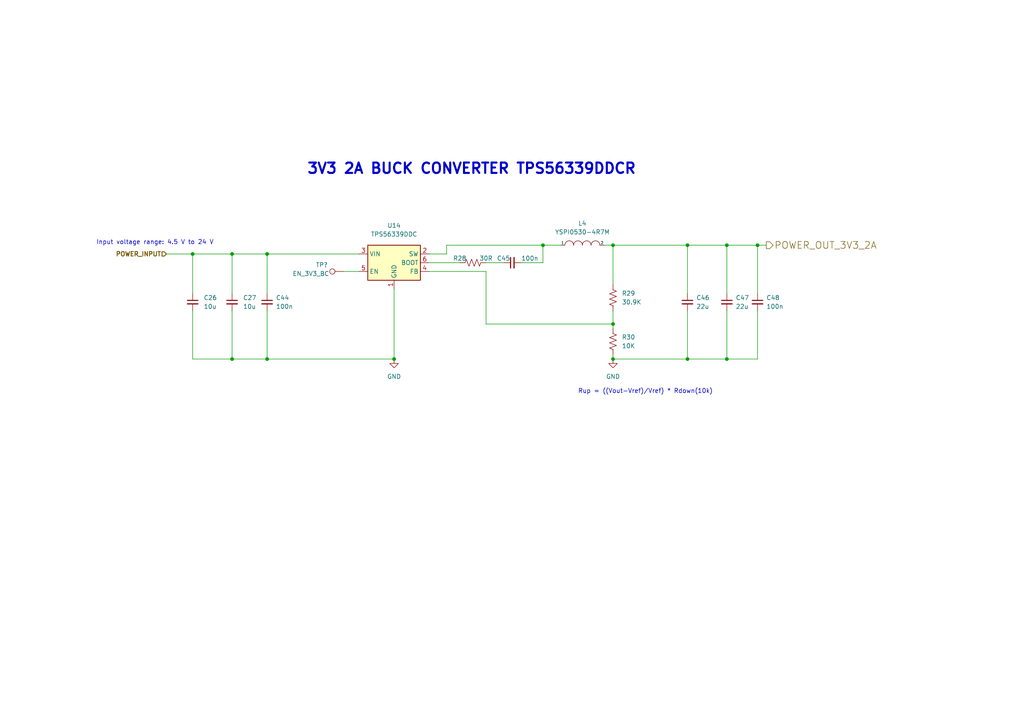
<source format=kicad_sch>
(kicad_sch (version 20230121) (generator eeschema)
  (paper "A4")
  (title_block (title "ELIESTAR") (date "2023-06-20") (rev "2.0") (company "GEVITON") (comment 2 "Reviewed By: Timoty Kyalo") (comment 3 "Designed By: Robert Mutura") (comment 4 "ELIESTAR"))
  (lib_symbols
    (symbol "Connector:TestPoint" (pin_numbers hide) (pin_names (offset 0.762) hide)
      (property "Reference" "TP" (at 0 6.858 0))
      (property "Value" "TestPoint" (at 0 5.08 0))
      (symbol "TestPoint_0_1"
        (circle (center 0 3.302) (radius 0.762))
      )
      (symbol "TestPoint_1_1"
        (pin passive line (at 0 0 90) (length 2.54) (name "1") (number "1"))
      )
    )
    (symbol "Device:C_Small" (pin_numbers hide) (pin_names (offset 0.254) hide)
      (property "Reference" "C" (at 0.254 1.778 0))
      (property "Value" "C_Small" (at 0.254 -2.032 0))
      (symbol "C_Small_0_1"
        (polyline (pts (xy -1.524 -0.508) (xy 1.524 -0.508)) (stroke (width 0.3302)))
        (polyline (pts (xy -1.524 0.508) (xy 1.524 0.508)) (stroke (width 0.3048)))
      )
      (symbol "C_Small_1_1"
        (pin passive line (at 0 2.54 270) (length 2.032) (name "~") (number "1"))
        (pin passive line (at 0 -2.54 90) (length 2.032) (name "~") (number "2"))
      )
    )
    (symbol "Device:R_US" (pin_numbers hide) (pin_names (offset 0))
      (property "Reference" "R" (at 2.54 0 90))
      (property "Value" "R_US" (at -2.54 0 90))
      (symbol "R_US_0_1"
        (polyline (pts (xy 0 -2.286) (xy 0 -2.54)))
        (polyline (pts (xy 0 2.286) (xy 0 2.54)))
        (polyline (pts (xy 0 -0.762) (xy 1.016 -1.143) (xy 0 -1.524) (xy -1.016 -1.905) (xy 0 -2.286)))
        (polyline (pts (xy 0 0.762) (xy 1.016 0.381) (xy 0 0) (xy -1.016 -0.381) (xy 0 -0.762)))
        (polyline (pts (xy 0 2.286) (xy 1.016 1.905) (xy 0 1.524) (xy -1.016 1.143) (xy 0 0.762)))
      )
      (symbol "R_US_1_1"
        (pin passive line (at 0 3.81 270) (length 1.27) (name "~") (number "1"))
        (pin passive line (at 0 -3.81 90) (length 1.27) (name "~") (number "2"))
      )
    )
    (symbol "Regulator_Switching:TPS56339DDC"
      (property "Reference" "U" (at -7.62 6.35 0))
      (property "Value" "TPS56339DDC" (at -2.54 6.35 0))
      (symbol "TPS56339DDC_0_1"
        (rectangle (start -7.62 5.08) (end 7.62 -5.08) (stroke (width 0.254)) (fill (type background)))
      )
      (symbol "TPS56339DDC_1_1"
        (pin power_in line (at 0 -7.62 90) (length 2.54) (name "GND") (number "1"))
        (pin power_out line (at 10.16 2.54 180) (length 2.54) (name "SW") (number "2"))
        (pin power_in line (at -10.16 2.54 0) (length 2.54) (name "VIN") (number "3"))
        (pin input line (at 10.16 -2.54 180) (length 2.54) (name "FB") (number "4"))
        (pin input line (at -10.16 -2.54 0) (length 2.54) (name "EN") (number "5"))
        (pin passive line (at 10.16 0 180) (length 2.54) (name "BOOT") (number "6"))
      )
    )
    (symbol "power:GND" (power) (pin_names (offset 0))
      (property "Value" "GND" (at 0 -3.81 0))
      (symbol "GND_0_1"
        (polyline (pts (xy 0 0) (xy 0 -1.27) (xy 1.27 -1.27) (xy 0 -2.54) (xy -1.27 -1.27) (xy 0 -1.27)))
      )
      (symbol "GND_1_1"
        (pin power_in line (at 0 0 270) (length 0) hide (name "GND") (number "1"))
      )
    )
    (symbol "pspice:INDUCTOR" (pin_numbers hide) (pin_names (offset 0))
      (property "Reference" "L" (at 0 2.54 0))
      (property "Value" "INDUCTOR" (at 0 -1.27 0))
      (symbol "INDUCTOR_0_1"
        (arc (start -2.54 0) (mid -3.81 1.2645) (end -5.08 0))
        (arc (start 0 0) (mid -1.27 1.2645) (end -2.54 0))
        (arc (start 2.54 0) (mid 1.27 1.2645) (end 0 0))
        (arc (start 5.08 0) (mid 3.81 1.2645) (end 2.54 0))
      )
      (symbol "INDUCTOR_1_1"
        (pin input line (at -6.35 0 0) (length 1.27) (name "1") (number "1"))
        (pin input line (at 6.35 0 180) (length 1.27) (name "2") (number "2"))
      )
    )
  )
  (junction (at 219.71 71.12))
  (junction (at 55.88 73.66))
  (junction (at 77.47 104.14))
  (junction (at 177.8 71.12))
  (junction (at 77.47 73.66))
  (junction (at 210.82 104.14))
  (junction (at 67.31 73.66))
  (junction (at 114.3 104.14))
  (junction (at 210.82 71.12))
  (junction (at 157.48 71.12))
  (junction (at 177.8 104.14))
  (junction (at 199.39 104.14))
  (junction (at 177.8 93.98))
  (junction (at 67.31 104.14))
  (junction (at 199.39 71.12))
  (wire (pts (xy 210.82 104.14) (xy 219.71 104.14)))
  (wire (pts (xy 77.47 73.66) (xy 67.31 73.66)))
  (wire (pts (xy 177.8 93.98) (xy 177.8 95.25)))
  (wire (pts (xy 151.13 76.2) (xy 157.48 76.2)))
  (wire (pts (xy 219.71 71.12) (xy 222.25 71.12)))
  (wire (pts (xy 210.82 85.09) (xy 210.82 71.12)))
  (wire (pts (xy 114.3 83.82) (xy 114.3 104.14)))
  (wire (pts (xy 99.695 78.74) (xy 104.14 78.74)))
  (wire (pts (xy 77.47 104.14) (xy 114.3 104.14)))
  (wire (pts (xy 210.82 71.12) (xy 219.71 71.12)))
  (wire (pts (xy 55.88 90.17) (xy 55.88 104.14)))
  (wire (pts (xy 129.54 71.12) (xy 157.48 71.12)))
  (wire (pts (xy 157.48 76.2) (xy 157.48 71.12)))
  (wire (pts (xy 175.26 71.12) (xy 177.8 71.12)))
  (wire (pts (xy 48.26 73.66) (xy 55.88 73.66)))
  (wire (pts (xy 77.47 90.17) (xy 77.47 104.14)))
  (wire (pts (xy 140.97 93.98) (xy 140.97 78.74)))
  (wire (pts (xy 140.97 78.74) (xy 124.46 78.74)))
  (wire (pts (xy 129.54 73.66) (xy 124.46 73.66)))
  (wire (pts (xy 77.47 73.66) (xy 77.47 85.09)))
  (wire (pts (xy 219.71 90.17) (xy 219.71 104.14)))
  (wire (pts (xy 104.14 73.66) (xy 77.47 73.66)))
  (wire (pts (xy 55.88 73.66) (xy 55.88 85.09)))
  (wire (pts (xy 177.8 71.12) (xy 177.8 82.55)))
  (wire (pts (xy 124.46 76.2) (xy 133.35 76.2)))
  (wire (pts (xy 199.39 90.17) (xy 199.39 104.14)))
  (wire (pts (xy 67.31 104.14) (xy 77.47 104.14)))
  (wire (pts (xy 199.39 104.14) (xy 210.82 104.14)))
  (wire (pts (xy 55.88 104.14) (xy 67.31 104.14)))
  (wire (pts (xy 67.31 73.66) (xy 55.88 73.66)))
  (wire (pts (xy 177.8 104.14) (xy 199.39 104.14)))
  (wire (pts (xy 199.39 71.12) (xy 210.82 71.12)))
  (wire (pts (xy 157.48 71.12) (xy 162.56 71.12)))
  (wire (pts (xy 219.71 71.12) (xy 219.71 85.09)))
  (wire (pts (xy 177.8 93.98) (xy 140.97 93.98)))
  (wire (pts (xy 177.8 71.12) (xy 199.39 71.12)))
  (wire (pts (xy 210.82 104.14) (xy 210.82 90.17)))
  (wire (pts (xy 129.54 71.12) (xy 129.54 73.66)))
  (wire (pts (xy 67.31 73.66) (xy 67.31 85.09)))
  (wire (pts (xy 199.39 71.12) (xy 199.39 85.09)))
  (wire (pts (xy 140.97 76.2) (xy 146.05 76.2)))
  (wire (pts (xy 177.8 102.87) (xy 177.8 104.14)))
  (wire (pts (xy 177.8 90.17) (xy 177.8 93.98)))
  (wire (pts (xy 67.31 90.17) (xy 67.31 104.14)))
  (text "Rup = ((Vout-Vref)/Vref) * Rdown(10k)" (at 167.64 114.3 0) (effects (font (size 1.27 1.27)) (justify left bottom)))
  (text "Input voltage range: 4.5 V to 24 V" (at 27.94 71.12 0) (effects (font (size 1.27 1.27)) (justify left bottom)))
  (text "3V3 2A BUCK CONVERTER TPS56339DDCR" (at 88.9 50.8 0) (effects (font (size 3 3) (thickness 0.6) bold) (justify left bottom)))
  (hierarchical_label "POWER_INPUT" (shape input) (at 48.26 73.66 180) (effects (font bold)))
  (hierarchical_label "POWER_OUT_3V3_2A" (shape output) (at 222.25 71.12 0) (effects (font (size 2 2))))
  (symbol (lib_id "Device:R_US") (at 177.8 99.06 0) (unit 1)
    (property "Reference" "R30" (at 180.34 97.7899 0) (effects (justify left)))
    (property "Value" "10K" (at 180.34 100.3299 0) (effects (justify left)))
    (property "Footprint" "Resistor_SMD:R_0402_1005Metric" (effects hide))
  )
  (symbol (lib_id "Connector:TestPoint") (at 99.695 78.74 90) (unit 1)
    (property "Reference" "TP?" (at 93.345 76.835 90))
    (property "Value" "EN_3V3_BC" (at 90.17 79.375 90))
    (property "Footprint" "brilliant-kicad-library:TestPoint_Pad_D0.9mm" (effects hide))
    (instances (project "ELIESTER_V2" (path "" (reference "TP?") (unit 1)) (path "" (reference "TP?") (unit 1)) (path "" (reference "TP7") (unit 1))))
  )
  (symbol (lib_id "Device:C_Small") (at 199.39 87.63 0) (unit 1)
    (property "Reference" "C46" (at 201.93 86.3662 0) (effects (justify left)))
    (property "Value" "22u" (at 201.93 88.9062 0) (effects (justify left)))
    (property "Footprint" "Capacitor_SMD:C_0603_1608Metric" (effects hide))
  )
  (symbol (lib_id "Device:C_Small") (at 219.71 87.63 0) (unit 1)
    (property "Reference" "C48" (at 222.25 86.3662 0) (effects (justify left)))
    (property "Value" "100n" (at 222.25 88.9062 0) (effects (justify left)))
    (property "Footprint" "Capacitor_SMD:C_0603_1608Metric" (effects hide))
  )
  (symbol (lib_id "Device:C_Small") (at 148.59 76.2 90) (unit 1)
    (property "Reference" "C45" (at 146.05 74.93 90))
    (property "Value" "100n" (at 153.67 74.93 90))
    (property "Footprint" "Capacitor_SMD:C_0402_1005Metric" (effects hide))
  )
  (symbol (lib_id "Device:C_Small") (at 55.88 87.63 0) (unit 1)
    (property "Reference" "C26" (at 59.055 86.3662 0) (effects (justify left)))
    (property "Value" "10u" (at 59.055 88.9062 0) (effects (justify left)))
    (property "Footprint" "Capacitor_SMD:C_0603_1608Metric" (effects hide))
  )
  (symbol (lib_id "pspice:INDUCTOR") (at 168.91 71.12 0) (unit 1)
    (property "Reference" "L4" (at 168.91 64.77 0))
    (property "Value" "YSPI0530-4R7M" (at 168.91 67.31 0))
    (property "Footprint" "greencharge-footprints:YSPI0530-XXX" (effects hide))
  )
  (symbol (lib_id "Device:R_US") (at 137.16 76.2 90) (unit 1)
    (property "Reference" "R28" (at 133.35 74.93 90))
    (property "Value" "30R" (at 140.97 74.93 90))
    (property "Footprint" "Resistor_SMD:R_0402_1005Metric" (effects hide))
  )
  (symbol (lib_id "power:GND") (at 114.3 104.14 0) (unit 1)
    (property "Reference" "#PWR082" (effects hide))
    (property "Value" "GND" (at 114.3 109.22 0))
  )
  (symbol (lib_id "Device:C_Small") (at 210.82 87.63 0) (unit 1)
    (property "Reference" "C47" (at 213.36 86.3662 0) (effects (justify left)))
    (property "Value" "22u" (at 213.36 88.9062 0) (effects (justify left)))
    (property "Footprint" "Capacitor_SMD:C_0603_1608Metric" (effects hide))
  )
  (symbol (lib_id "Device:R_US") (at 177.8 86.36 0) (unit 1)
    (property "Reference" "R29" (at 180.34 85.0899 0) (effects (justify left)))
    (property "Value" "30.9K" (at 180.34 87.6299 0) (effects (justify left)))
    (property "Footprint" "Resistor_SMD:R_0402_1005Metric" (effects hide))
  )
  (symbol (lib_id "power:GND") (at 177.8 104.14 0) (unit 1)
    (property "Reference" "#PWR083" (effects hide))
    (property "Value" "GND" (at 177.8 109.22 0))
  )
  (symbol (lib_id "Regulator_Switching:TPS56339DDC") (at 114.3 76.2 0) (unit 1)
    (property "Reference" "U14" (at 114.3 65.405 0))
    (property "Value" "TPS56339DDC" (at 114.3 67.945 0))
    (property "Footprint" "Package_TO_SOT_SMD:SOT-23-6" (effects hide))
    (property "Datasheet" "https://www.ti.com/lit/ds/symlink/tps56339.pdf" (effects hide))
  )
  (symbol (lib_id "Device:C_Small") (at 67.31 87.63 0) (unit 1)
    (property "Reference" "C27" (at 70.485 86.3662 0) (effects (justify left)))
    (property "Value" "10u" (at 70.485 88.9062 0) (effects (justify left)))
    (property "Footprint" "Capacitor_SMD:C_0603_1608Metric" (effects hide))
  )
  (symbol (lib_id "Device:C_Small") (at 77.47 87.63 0) (unit 1)
    (property "Reference" "C44" (at 80.01 86.3662 0) (effects (justify left)))
    (property "Value" "100n" (at 80.01 88.9062 0) (effects (justify left)))
    (property "Footprint" "Capacitor_SMD:C_0603_1608Metric" (effects hide))
  )
)
</source>
